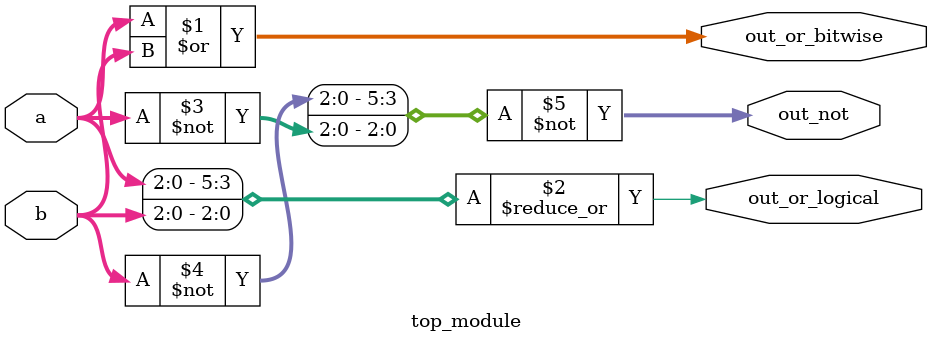
<source format=sv>
module top_module(
  input [2:0] a, 
  input [2:0] b, 
  output [2:0] out_or_bitwise,
  output out_or_logical,
  output [5:0] out_not
);
  
  assign out_or_bitwise = a | b;
  assign out_or_logical = |{a, b};
  assign out_not = ~{~b, ~a};

endmodule

</source>
